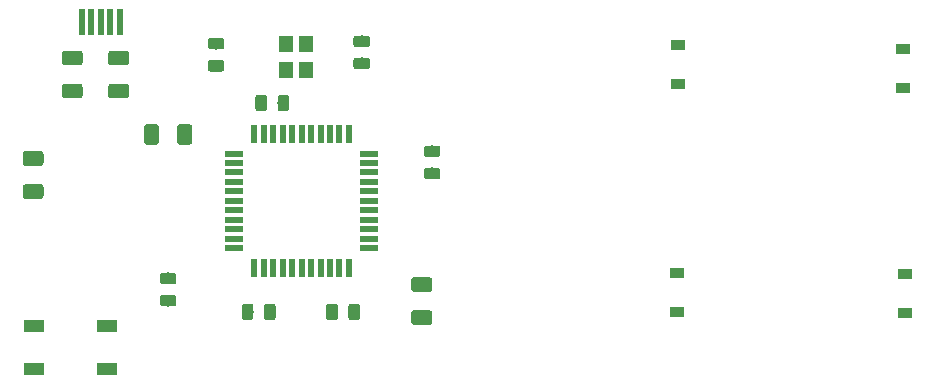
<source format=gbp>
G04 #@! TF.GenerationSoftware,KiCad,Pcbnew,(5.1.4)-1*
G04 #@! TF.CreationDate,2021-03-02T11:58:10-08:00*
G04 #@! TF.ProjectId,NMB-75,4e4d422d-3735-42e6-9b69-6361645f7063,rev?*
G04 #@! TF.SameCoordinates,Original*
G04 #@! TF.FileFunction,Paste,Bot*
G04 #@! TF.FilePolarity,Positive*
%FSLAX46Y46*%
G04 Gerber Fmt 4.6, Leading zero omitted, Abs format (unit mm)*
G04 Created by KiCad (PCBNEW (5.1.4)-1) date 2021-03-02 11:58:10*
%MOMM*%
%LPD*%
G04 APERTURE LIST*
%ADD10R,1.200000X1.400000*%
%ADD11R,0.500000X2.250000*%
%ADD12R,0.550000X1.500000*%
%ADD13R,1.500000X0.550000*%
%ADD14R,1.800000X1.100000*%
%ADD15C,0.100000*%
%ADD16C,1.250000*%
%ADD17R,1.200000X0.900000*%
%ADD18C,0.975000*%
G04 APERTURE END LIST*
D10*
X114261000Y-92063750D03*
X114261000Y-89863750D03*
X112561000Y-89863750D03*
X112561000Y-92063750D03*
D11*
X95301000Y-88011000D03*
X96101000Y-88011000D03*
X96901000Y-88011000D03*
X97701000Y-88011000D03*
X98501000Y-88011000D03*
D12*
X109919000Y-108855750D03*
X110719000Y-108855750D03*
X111519000Y-108855750D03*
X112319000Y-108855750D03*
X113119000Y-108855750D03*
X113919000Y-108855750D03*
X114719000Y-108855750D03*
X115519000Y-108855750D03*
X116319000Y-108855750D03*
X117119000Y-108855750D03*
X117919000Y-108855750D03*
D13*
X119619000Y-107155750D03*
X119619000Y-106355750D03*
X119619000Y-105555750D03*
X119619000Y-104755750D03*
X119619000Y-103955750D03*
X119619000Y-103155750D03*
X119619000Y-102355750D03*
X119619000Y-101555750D03*
X119619000Y-100755750D03*
X119619000Y-99955750D03*
X119619000Y-99155750D03*
D12*
X117919000Y-97455750D03*
X117119000Y-97455750D03*
X116319000Y-97455750D03*
X115519000Y-97455750D03*
X114719000Y-97455750D03*
X113919000Y-97455750D03*
X113119000Y-97455750D03*
X112319000Y-97455750D03*
X111519000Y-97455750D03*
X110719000Y-97455750D03*
X109919000Y-97455750D03*
D13*
X108219000Y-99155750D03*
X108219000Y-99955750D03*
X108219000Y-100755750D03*
X108219000Y-101555750D03*
X108219000Y-102355750D03*
X108219000Y-103155750D03*
X108219000Y-103955750D03*
X108219000Y-104755750D03*
X108219000Y-105555750D03*
X108219000Y-106355750D03*
X108219000Y-107155750D03*
D14*
X97461000Y-117420000D03*
X91261000Y-113720000D03*
X97461000Y-113720000D03*
X91261000Y-117420000D03*
D15*
G36*
X124728504Y-109612204D02*
G01*
X124752773Y-109615804D01*
X124776571Y-109621765D01*
X124799671Y-109630030D01*
X124821849Y-109640520D01*
X124842893Y-109653133D01*
X124862598Y-109667747D01*
X124880777Y-109684223D01*
X124897253Y-109702402D01*
X124911867Y-109722107D01*
X124924480Y-109743151D01*
X124934970Y-109765329D01*
X124943235Y-109788429D01*
X124949196Y-109812227D01*
X124952796Y-109836496D01*
X124954000Y-109861000D01*
X124954000Y-110611000D01*
X124952796Y-110635504D01*
X124949196Y-110659773D01*
X124943235Y-110683571D01*
X124934970Y-110706671D01*
X124924480Y-110728849D01*
X124911867Y-110749893D01*
X124897253Y-110769598D01*
X124880777Y-110787777D01*
X124862598Y-110804253D01*
X124842893Y-110818867D01*
X124821849Y-110831480D01*
X124799671Y-110841970D01*
X124776571Y-110850235D01*
X124752773Y-110856196D01*
X124728504Y-110859796D01*
X124704000Y-110861000D01*
X123454000Y-110861000D01*
X123429496Y-110859796D01*
X123405227Y-110856196D01*
X123381429Y-110850235D01*
X123358329Y-110841970D01*
X123336151Y-110831480D01*
X123315107Y-110818867D01*
X123295402Y-110804253D01*
X123277223Y-110787777D01*
X123260747Y-110769598D01*
X123246133Y-110749893D01*
X123233520Y-110728849D01*
X123223030Y-110706671D01*
X123214765Y-110683571D01*
X123208804Y-110659773D01*
X123205204Y-110635504D01*
X123204000Y-110611000D01*
X123204000Y-109861000D01*
X123205204Y-109836496D01*
X123208804Y-109812227D01*
X123214765Y-109788429D01*
X123223030Y-109765329D01*
X123233520Y-109743151D01*
X123246133Y-109722107D01*
X123260747Y-109702402D01*
X123277223Y-109684223D01*
X123295402Y-109667747D01*
X123315107Y-109653133D01*
X123336151Y-109640520D01*
X123358329Y-109630030D01*
X123381429Y-109621765D01*
X123405227Y-109615804D01*
X123429496Y-109612204D01*
X123454000Y-109611000D01*
X124704000Y-109611000D01*
X124728504Y-109612204D01*
X124728504Y-109612204D01*
G37*
D16*
X124079000Y-110236000D03*
D15*
G36*
X124728504Y-112412204D02*
G01*
X124752773Y-112415804D01*
X124776571Y-112421765D01*
X124799671Y-112430030D01*
X124821849Y-112440520D01*
X124842893Y-112453133D01*
X124862598Y-112467747D01*
X124880777Y-112484223D01*
X124897253Y-112502402D01*
X124911867Y-112522107D01*
X124924480Y-112543151D01*
X124934970Y-112565329D01*
X124943235Y-112588429D01*
X124949196Y-112612227D01*
X124952796Y-112636496D01*
X124954000Y-112661000D01*
X124954000Y-113411000D01*
X124952796Y-113435504D01*
X124949196Y-113459773D01*
X124943235Y-113483571D01*
X124934970Y-113506671D01*
X124924480Y-113528849D01*
X124911867Y-113549893D01*
X124897253Y-113569598D01*
X124880777Y-113587777D01*
X124862598Y-113604253D01*
X124842893Y-113618867D01*
X124821849Y-113631480D01*
X124799671Y-113641970D01*
X124776571Y-113650235D01*
X124752773Y-113656196D01*
X124728504Y-113659796D01*
X124704000Y-113661000D01*
X123454000Y-113661000D01*
X123429496Y-113659796D01*
X123405227Y-113656196D01*
X123381429Y-113650235D01*
X123358329Y-113641970D01*
X123336151Y-113631480D01*
X123315107Y-113618867D01*
X123295402Y-113604253D01*
X123277223Y-113587777D01*
X123260747Y-113569598D01*
X123246133Y-113549893D01*
X123233520Y-113528849D01*
X123223030Y-113506671D01*
X123214765Y-113483571D01*
X123208804Y-113459773D01*
X123205204Y-113435504D01*
X123204000Y-113411000D01*
X123204000Y-112661000D01*
X123205204Y-112636496D01*
X123208804Y-112612227D01*
X123214765Y-112588429D01*
X123223030Y-112565329D01*
X123233520Y-112543151D01*
X123246133Y-112522107D01*
X123260747Y-112502402D01*
X123277223Y-112484223D01*
X123295402Y-112467747D01*
X123315107Y-112453133D01*
X123336151Y-112440520D01*
X123358329Y-112430030D01*
X123381429Y-112421765D01*
X123405227Y-112415804D01*
X123429496Y-112412204D01*
X123454000Y-112411000D01*
X124704000Y-112411000D01*
X124728504Y-112412204D01*
X124728504Y-112412204D01*
G37*
D16*
X124079000Y-113036000D03*
D15*
G36*
X95137504Y-90429204D02*
G01*
X95161773Y-90432804D01*
X95185571Y-90438765D01*
X95208671Y-90447030D01*
X95230849Y-90457520D01*
X95251893Y-90470133D01*
X95271598Y-90484747D01*
X95289777Y-90501223D01*
X95306253Y-90519402D01*
X95320867Y-90539107D01*
X95333480Y-90560151D01*
X95343970Y-90582329D01*
X95352235Y-90605429D01*
X95358196Y-90629227D01*
X95361796Y-90653496D01*
X95363000Y-90678000D01*
X95363000Y-91428000D01*
X95361796Y-91452504D01*
X95358196Y-91476773D01*
X95352235Y-91500571D01*
X95343970Y-91523671D01*
X95333480Y-91545849D01*
X95320867Y-91566893D01*
X95306253Y-91586598D01*
X95289777Y-91604777D01*
X95271598Y-91621253D01*
X95251893Y-91635867D01*
X95230849Y-91648480D01*
X95208671Y-91658970D01*
X95185571Y-91667235D01*
X95161773Y-91673196D01*
X95137504Y-91676796D01*
X95113000Y-91678000D01*
X93863000Y-91678000D01*
X93838496Y-91676796D01*
X93814227Y-91673196D01*
X93790429Y-91667235D01*
X93767329Y-91658970D01*
X93745151Y-91648480D01*
X93724107Y-91635867D01*
X93704402Y-91621253D01*
X93686223Y-91604777D01*
X93669747Y-91586598D01*
X93655133Y-91566893D01*
X93642520Y-91545849D01*
X93632030Y-91523671D01*
X93623765Y-91500571D01*
X93617804Y-91476773D01*
X93614204Y-91452504D01*
X93613000Y-91428000D01*
X93613000Y-90678000D01*
X93614204Y-90653496D01*
X93617804Y-90629227D01*
X93623765Y-90605429D01*
X93632030Y-90582329D01*
X93642520Y-90560151D01*
X93655133Y-90539107D01*
X93669747Y-90519402D01*
X93686223Y-90501223D01*
X93704402Y-90484747D01*
X93724107Y-90470133D01*
X93745151Y-90457520D01*
X93767329Y-90447030D01*
X93790429Y-90438765D01*
X93814227Y-90432804D01*
X93838496Y-90429204D01*
X93863000Y-90428000D01*
X95113000Y-90428000D01*
X95137504Y-90429204D01*
X95137504Y-90429204D01*
G37*
D16*
X94488000Y-91053000D03*
D15*
G36*
X95137504Y-93229204D02*
G01*
X95161773Y-93232804D01*
X95185571Y-93238765D01*
X95208671Y-93247030D01*
X95230849Y-93257520D01*
X95251893Y-93270133D01*
X95271598Y-93284747D01*
X95289777Y-93301223D01*
X95306253Y-93319402D01*
X95320867Y-93339107D01*
X95333480Y-93360151D01*
X95343970Y-93382329D01*
X95352235Y-93405429D01*
X95358196Y-93429227D01*
X95361796Y-93453496D01*
X95363000Y-93478000D01*
X95363000Y-94228000D01*
X95361796Y-94252504D01*
X95358196Y-94276773D01*
X95352235Y-94300571D01*
X95343970Y-94323671D01*
X95333480Y-94345849D01*
X95320867Y-94366893D01*
X95306253Y-94386598D01*
X95289777Y-94404777D01*
X95271598Y-94421253D01*
X95251893Y-94435867D01*
X95230849Y-94448480D01*
X95208671Y-94458970D01*
X95185571Y-94467235D01*
X95161773Y-94473196D01*
X95137504Y-94476796D01*
X95113000Y-94478000D01*
X93863000Y-94478000D01*
X93838496Y-94476796D01*
X93814227Y-94473196D01*
X93790429Y-94467235D01*
X93767329Y-94458970D01*
X93745151Y-94448480D01*
X93724107Y-94435867D01*
X93704402Y-94421253D01*
X93686223Y-94404777D01*
X93669747Y-94386598D01*
X93655133Y-94366893D01*
X93642520Y-94345849D01*
X93632030Y-94323671D01*
X93623765Y-94300571D01*
X93617804Y-94276773D01*
X93614204Y-94252504D01*
X93613000Y-94228000D01*
X93613000Y-93478000D01*
X93614204Y-93453496D01*
X93617804Y-93429227D01*
X93623765Y-93405429D01*
X93632030Y-93382329D01*
X93642520Y-93360151D01*
X93655133Y-93339107D01*
X93669747Y-93319402D01*
X93686223Y-93301223D01*
X93704402Y-93284747D01*
X93724107Y-93270133D01*
X93745151Y-93257520D01*
X93767329Y-93247030D01*
X93790429Y-93238765D01*
X93814227Y-93232804D01*
X93838496Y-93229204D01*
X93863000Y-93228000D01*
X95113000Y-93228000D01*
X95137504Y-93229204D01*
X95137504Y-93229204D01*
G37*
D16*
X94488000Y-93853000D03*
D15*
G36*
X99074504Y-90435204D02*
G01*
X99098773Y-90438804D01*
X99122571Y-90444765D01*
X99145671Y-90453030D01*
X99167849Y-90463520D01*
X99188893Y-90476133D01*
X99208598Y-90490747D01*
X99226777Y-90507223D01*
X99243253Y-90525402D01*
X99257867Y-90545107D01*
X99270480Y-90566151D01*
X99280970Y-90588329D01*
X99289235Y-90611429D01*
X99295196Y-90635227D01*
X99298796Y-90659496D01*
X99300000Y-90684000D01*
X99300000Y-91434000D01*
X99298796Y-91458504D01*
X99295196Y-91482773D01*
X99289235Y-91506571D01*
X99280970Y-91529671D01*
X99270480Y-91551849D01*
X99257867Y-91572893D01*
X99243253Y-91592598D01*
X99226777Y-91610777D01*
X99208598Y-91627253D01*
X99188893Y-91641867D01*
X99167849Y-91654480D01*
X99145671Y-91664970D01*
X99122571Y-91673235D01*
X99098773Y-91679196D01*
X99074504Y-91682796D01*
X99050000Y-91684000D01*
X97800000Y-91684000D01*
X97775496Y-91682796D01*
X97751227Y-91679196D01*
X97727429Y-91673235D01*
X97704329Y-91664970D01*
X97682151Y-91654480D01*
X97661107Y-91641867D01*
X97641402Y-91627253D01*
X97623223Y-91610777D01*
X97606747Y-91592598D01*
X97592133Y-91572893D01*
X97579520Y-91551849D01*
X97569030Y-91529671D01*
X97560765Y-91506571D01*
X97554804Y-91482773D01*
X97551204Y-91458504D01*
X97550000Y-91434000D01*
X97550000Y-90684000D01*
X97551204Y-90659496D01*
X97554804Y-90635227D01*
X97560765Y-90611429D01*
X97569030Y-90588329D01*
X97579520Y-90566151D01*
X97592133Y-90545107D01*
X97606747Y-90525402D01*
X97623223Y-90507223D01*
X97641402Y-90490747D01*
X97661107Y-90476133D01*
X97682151Y-90463520D01*
X97704329Y-90453030D01*
X97727429Y-90444765D01*
X97751227Y-90438804D01*
X97775496Y-90435204D01*
X97800000Y-90434000D01*
X99050000Y-90434000D01*
X99074504Y-90435204D01*
X99074504Y-90435204D01*
G37*
D16*
X98425000Y-91059000D03*
D15*
G36*
X99074504Y-93235204D02*
G01*
X99098773Y-93238804D01*
X99122571Y-93244765D01*
X99145671Y-93253030D01*
X99167849Y-93263520D01*
X99188893Y-93276133D01*
X99208598Y-93290747D01*
X99226777Y-93307223D01*
X99243253Y-93325402D01*
X99257867Y-93345107D01*
X99270480Y-93366151D01*
X99280970Y-93388329D01*
X99289235Y-93411429D01*
X99295196Y-93435227D01*
X99298796Y-93459496D01*
X99300000Y-93484000D01*
X99300000Y-94234000D01*
X99298796Y-94258504D01*
X99295196Y-94282773D01*
X99289235Y-94306571D01*
X99280970Y-94329671D01*
X99270480Y-94351849D01*
X99257867Y-94372893D01*
X99243253Y-94392598D01*
X99226777Y-94410777D01*
X99208598Y-94427253D01*
X99188893Y-94441867D01*
X99167849Y-94454480D01*
X99145671Y-94464970D01*
X99122571Y-94473235D01*
X99098773Y-94479196D01*
X99074504Y-94482796D01*
X99050000Y-94484000D01*
X97800000Y-94484000D01*
X97775496Y-94482796D01*
X97751227Y-94479196D01*
X97727429Y-94473235D01*
X97704329Y-94464970D01*
X97682151Y-94454480D01*
X97661107Y-94441867D01*
X97641402Y-94427253D01*
X97623223Y-94410777D01*
X97606747Y-94392598D01*
X97592133Y-94372893D01*
X97579520Y-94351849D01*
X97569030Y-94329671D01*
X97560765Y-94306571D01*
X97554804Y-94282773D01*
X97551204Y-94258504D01*
X97550000Y-94234000D01*
X97550000Y-93484000D01*
X97551204Y-93459496D01*
X97554804Y-93435227D01*
X97560765Y-93411429D01*
X97569030Y-93388329D01*
X97579520Y-93366151D01*
X97592133Y-93345107D01*
X97606747Y-93325402D01*
X97623223Y-93307223D01*
X97641402Y-93290747D01*
X97661107Y-93276133D01*
X97682151Y-93263520D01*
X97704329Y-93253030D01*
X97727429Y-93244765D01*
X97751227Y-93238804D01*
X97775496Y-93235204D01*
X97800000Y-93234000D01*
X99050000Y-93234000D01*
X99074504Y-93235204D01*
X99074504Y-93235204D01*
G37*
D16*
X98425000Y-93859000D03*
D15*
G36*
X101612504Y-96662204D02*
G01*
X101636773Y-96665804D01*
X101660571Y-96671765D01*
X101683671Y-96680030D01*
X101705849Y-96690520D01*
X101726893Y-96703133D01*
X101746598Y-96717747D01*
X101764777Y-96734223D01*
X101781253Y-96752402D01*
X101795867Y-96772107D01*
X101808480Y-96793151D01*
X101818970Y-96815329D01*
X101827235Y-96838429D01*
X101833196Y-96862227D01*
X101836796Y-96886496D01*
X101838000Y-96911000D01*
X101838000Y-98161000D01*
X101836796Y-98185504D01*
X101833196Y-98209773D01*
X101827235Y-98233571D01*
X101818970Y-98256671D01*
X101808480Y-98278849D01*
X101795867Y-98299893D01*
X101781253Y-98319598D01*
X101764777Y-98337777D01*
X101746598Y-98354253D01*
X101726893Y-98368867D01*
X101705849Y-98381480D01*
X101683671Y-98391970D01*
X101660571Y-98400235D01*
X101636773Y-98406196D01*
X101612504Y-98409796D01*
X101588000Y-98411000D01*
X100838000Y-98411000D01*
X100813496Y-98409796D01*
X100789227Y-98406196D01*
X100765429Y-98400235D01*
X100742329Y-98391970D01*
X100720151Y-98381480D01*
X100699107Y-98368867D01*
X100679402Y-98354253D01*
X100661223Y-98337777D01*
X100644747Y-98319598D01*
X100630133Y-98299893D01*
X100617520Y-98278849D01*
X100607030Y-98256671D01*
X100598765Y-98233571D01*
X100592804Y-98209773D01*
X100589204Y-98185504D01*
X100588000Y-98161000D01*
X100588000Y-96911000D01*
X100589204Y-96886496D01*
X100592804Y-96862227D01*
X100598765Y-96838429D01*
X100607030Y-96815329D01*
X100617520Y-96793151D01*
X100630133Y-96772107D01*
X100644747Y-96752402D01*
X100661223Y-96734223D01*
X100679402Y-96717747D01*
X100699107Y-96703133D01*
X100720151Y-96690520D01*
X100742329Y-96680030D01*
X100765429Y-96671765D01*
X100789227Y-96665804D01*
X100813496Y-96662204D01*
X100838000Y-96661000D01*
X101588000Y-96661000D01*
X101612504Y-96662204D01*
X101612504Y-96662204D01*
G37*
D16*
X101213000Y-97536000D03*
D15*
G36*
X104412504Y-96662204D02*
G01*
X104436773Y-96665804D01*
X104460571Y-96671765D01*
X104483671Y-96680030D01*
X104505849Y-96690520D01*
X104526893Y-96703133D01*
X104546598Y-96717747D01*
X104564777Y-96734223D01*
X104581253Y-96752402D01*
X104595867Y-96772107D01*
X104608480Y-96793151D01*
X104618970Y-96815329D01*
X104627235Y-96838429D01*
X104633196Y-96862227D01*
X104636796Y-96886496D01*
X104638000Y-96911000D01*
X104638000Y-98161000D01*
X104636796Y-98185504D01*
X104633196Y-98209773D01*
X104627235Y-98233571D01*
X104618970Y-98256671D01*
X104608480Y-98278849D01*
X104595867Y-98299893D01*
X104581253Y-98319598D01*
X104564777Y-98337777D01*
X104546598Y-98354253D01*
X104526893Y-98368867D01*
X104505849Y-98381480D01*
X104483671Y-98391970D01*
X104460571Y-98400235D01*
X104436773Y-98406196D01*
X104412504Y-98409796D01*
X104388000Y-98411000D01*
X103638000Y-98411000D01*
X103613496Y-98409796D01*
X103589227Y-98406196D01*
X103565429Y-98400235D01*
X103542329Y-98391970D01*
X103520151Y-98381480D01*
X103499107Y-98368867D01*
X103479402Y-98354253D01*
X103461223Y-98337777D01*
X103444747Y-98319598D01*
X103430133Y-98299893D01*
X103417520Y-98278849D01*
X103407030Y-98256671D01*
X103398765Y-98233571D01*
X103392804Y-98209773D01*
X103389204Y-98185504D01*
X103388000Y-98161000D01*
X103388000Y-96911000D01*
X103389204Y-96886496D01*
X103392804Y-96862227D01*
X103398765Y-96838429D01*
X103407030Y-96815329D01*
X103417520Y-96793151D01*
X103430133Y-96772107D01*
X103444747Y-96752402D01*
X103461223Y-96734223D01*
X103479402Y-96717747D01*
X103499107Y-96703133D01*
X103520151Y-96690520D01*
X103542329Y-96680030D01*
X103565429Y-96671765D01*
X103589227Y-96665804D01*
X103613496Y-96662204D01*
X103638000Y-96661000D01*
X104388000Y-96661000D01*
X104412504Y-96662204D01*
X104412504Y-96662204D01*
G37*
D16*
X104013000Y-97536000D03*
D15*
G36*
X91835504Y-98944204D02*
G01*
X91859773Y-98947804D01*
X91883571Y-98953765D01*
X91906671Y-98962030D01*
X91928849Y-98972520D01*
X91949893Y-98985133D01*
X91969598Y-98999747D01*
X91987777Y-99016223D01*
X92004253Y-99034402D01*
X92018867Y-99054107D01*
X92031480Y-99075151D01*
X92041970Y-99097329D01*
X92050235Y-99120429D01*
X92056196Y-99144227D01*
X92059796Y-99168496D01*
X92061000Y-99193000D01*
X92061000Y-99943000D01*
X92059796Y-99967504D01*
X92056196Y-99991773D01*
X92050235Y-100015571D01*
X92041970Y-100038671D01*
X92031480Y-100060849D01*
X92018867Y-100081893D01*
X92004253Y-100101598D01*
X91987777Y-100119777D01*
X91969598Y-100136253D01*
X91949893Y-100150867D01*
X91928849Y-100163480D01*
X91906671Y-100173970D01*
X91883571Y-100182235D01*
X91859773Y-100188196D01*
X91835504Y-100191796D01*
X91811000Y-100193000D01*
X90561000Y-100193000D01*
X90536496Y-100191796D01*
X90512227Y-100188196D01*
X90488429Y-100182235D01*
X90465329Y-100173970D01*
X90443151Y-100163480D01*
X90422107Y-100150867D01*
X90402402Y-100136253D01*
X90384223Y-100119777D01*
X90367747Y-100101598D01*
X90353133Y-100081893D01*
X90340520Y-100060849D01*
X90330030Y-100038671D01*
X90321765Y-100015571D01*
X90315804Y-99991773D01*
X90312204Y-99967504D01*
X90311000Y-99943000D01*
X90311000Y-99193000D01*
X90312204Y-99168496D01*
X90315804Y-99144227D01*
X90321765Y-99120429D01*
X90330030Y-99097329D01*
X90340520Y-99075151D01*
X90353133Y-99054107D01*
X90367747Y-99034402D01*
X90384223Y-99016223D01*
X90402402Y-98999747D01*
X90422107Y-98985133D01*
X90443151Y-98972520D01*
X90465329Y-98962030D01*
X90488429Y-98953765D01*
X90512227Y-98947804D01*
X90536496Y-98944204D01*
X90561000Y-98943000D01*
X91811000Y-98943000D01*
X91835504Y-98944204D01*
X91835504Y-98944204D01*
G37*
D16*
X91186000Y-99568000D03*
D15*
G36*
X91835504Y-101744204D02*
G01*
X91859773Y-101747804D01*
X91883571Y-101753765D01*
X91906671Y-101762030D01*
X91928849Y-101772520D01*
X91949893Y-101785133D01*
X91969598Y-101799747D01*
X91987777Y-101816223D01*
X92004253Y-101834402D01*
X92018867Y-101854107D01*
X92031480Y-101875151D01*
X92041970Y-101897329D01*
X92050235Y-101920429D01*
X92056196Y-101944227D01*
X92059796Y-101968496D01*
X92061000Y-101993000D01*
X92061000Y-102743000D01*
X92059796Y-102767504D01*
X92056196Y-102791773D01*
X92050235Y-102815571D01*
X92041970Y-102838671D01*
X92031480Y-102860849D01*
X92018867Y-102881893D01*
X92004253Y-102901598D01*
X91987777Y-102919777D01*
X91969598Y-102936253D01*
X91949893Y-102950867D01*
X91928849Y-102963480D01*
X91906671Y-102973970D01*
X91883571Y-102982235D01*
X91859773Y-102988196D01*
X91835504Y-102991796D01*
X91811000Y-102993000D01*
X90561000Y-102993000D01*
X90536496Y-102991796D01*
X90512227Y-102988196D01*
X90488429Y-102982235D01*
X90465329Y-102973970D01*
X90443151Y-102963480D01*
X90422107Y-102950867D01*
X90402402Y-102936253D01*
X90384223Y-102919777D01*
X90367747Y-102901598D01*
X90353133Y-102881893D01*
X90340520Y-102860849D01*
X90330030Y-102838671D01*
X90321765Y-102815571D01*
X90315804Y-102791773D01*
X90312204Y-102767504D01*
X90311000Y-102743000D01*
X90311000Y-101993000D01*
X90312204Y-101968496D01*
X90315804Y-101944227D01*
X90321765Y-101920429D01*
X90330030Y-101897329D01*
X90340520Y-101875151D01*
X90353133Y-101854107D01*
X90367747Y-101834402D01*
X90384223Y-101816223D01*
X90402402Y-101799747D01*
X90422107Y-101785133D01*
X90443151Y-101772520D01*
X90465329Y-101762030D01*
X90488429Y-101753765D01*
X90512227Y-101747804D01*
X90536496Y-101744204D01*
X90561000Y-101743000D01*
X91811000Y-101743000D01*
X91835504Y-101744204D01*
X91835504Y-101744204D01*
G37*
D16*
X91186000Y-102368000D03*
D17*
X164973000Y-109378750D03*
X164973000Y-112678750D03*
X145669000Y-109252750D03*
X145669000Y-112552750D03*
X164846000Y-90328750D03*
X164846000Y-93628750D03*
X145796000Y-89949750D03*
X145796000Y-93249750D03*
D15*
G36*
X111489642Y-111854924D02*
G01*
X111513303Y-111858434D01*
X111536507Y-111864246D01*
X111559029Y-111872304D01*
X111580653Y-111882532D01*
X111601170Y-111894829D01*
X111620383Y-111909079D01*
X111638107Y-111925143D01*
X111654171Y-111942867D01*
X111668421Y-111962080D01*
X111680718Y-111982597D01*
X111690946Y-112004221D01*
X111699004Y-112026743D01*
X111704816Y-112049947D01*
X111708326Y-112073608D01*
X111709500Y-112097500D01*
X111709500Y-113010000D01*
X111708326Y-113033892D01*
X111704816Y-113057553D01*
X111699004Y-113080757D01*
X111690946Y-113103279D01*
X111680718Y-113124903D01*
X111668421Y-113145420D01*
X111654171Y-113164633D01*
X111638107Y-113182357D01*
X111620383Y-113198421D01*
X111601170Y-113212671D01*
X111580653Y-113224968D01*
X111559029Y-113235196D01*
X111536507Y-113243254D01*
X111513303Y-113249066D01*
X111489642Y-113252576D01*
X111465750Y-113253750D01*
X110978250Y-113253750D01*
X110954358Y-113252576D01*
X110930697Y-113249066D01*
X110907493Y-113243254D01*
X110884971Y-113235196D01*
X110863347Y-113224968D01*
X110842830Y-113212671D01*
X110823617Y-113198421D01*
X110805893Y-113182357D01*
X110789829Y-113164633D01*
X110775579Y-113145420D01*
X110763282Y-113124903D01*
X110753054Y-113103279D01*
X110744996Y-113080757D01*
X110739184Y-113057553D01*
X110735674Y-113033892D01*
X110734500Y-113010000D01*
X110734500Y-112097500D01*
X110735674Y-112073608D01*
X110739184Y-112049947D01*
X110744996Y-112026743D01*
X110753054Y-112004221D01*
X110763282Y-111982597D01*
X110775579Y-111962080D01*
X110789829Y-111942867D01*
X110805893Y-111925143D01*
X110823617Y-111909079D01*
X110842830Y-111894829D01*
X110863347Y-111882532D01*
X110884971Y-111872304D01*
X110907493Y-111864246D01*
X110930697Y-111858434D01*
X110954358Y-111854924D01*
X110978250Y-111853750D01*
X111465750Y-111853750D01*
X111489642Y-111854924D01*
X111489642Y-111854924D01*
G37*
D18*
X111222000Y-112553750D03*
D15*
G36*
X109614642Y-111854924D02*
G01*
X109638303Y-111858434D01*
X109661507Y-111864246D01*
X109684029Y-111872304D01*
X109705653Y-111882532D01*
X109726170Y-111894829D01*
X109745383Y-111909079D01*
X109763107Y-111925143D01*
X109779171Y-111942867D01*
X109793421Y-111962080D01*
X109805718Y-111982597D01*
X109815946Y-112004221D01*
X109824004Y-112026743D01*
X109829816Y-112049947D01*
X109833326Y-112073608D01*
X109834500Y-112097500D01*
X109834500Y-113010000D01*
X109833326Y-113033892D01*
X109829816Y-113057553D01*
X109824004Y-113080757D01*
X109815946Y-113103279D01*
X109805718Y-113124903D01*
X109793421Y-113145420D01*
X109779171Y-113164633D01*
X109763107Y-113182357D01*
X109745383Y-113198421D01*
X109726170Y-113212671D01*
X109705653Y-113224968D01*
X109684029Y-113235196D01*
X109661507Y-113243254D01*
X109638303Y-113249066D01*
X109614642Y-113252576D01*
X109590750Y-113253750D01*
X109103250Y-113253750D01*
X109079358Y-113252576D01*
X109055697Y-113249066D01*
X109032493Y-113243254D01*
X109009971Y-113235196D01*
X108988347Y-113224968D01*
X108967830Y-113212671D01*
X108948617Y-113198421D01*
X108930893Y-113182357D01*
X108914829Y-113164633D01*
X108900579Y-113145420D01*
X108888282Y-113124903D01*
X108878054Y-113103279D01*
X108869996Y-113080757D01*
X108864184Y-113057553D01*
X108860674Y-113033892D01*
X108859500Y-113010000D01*
X108859500Y-112097500D01*
X108860674Y-112073608D01*
X108864184Y-112049947D01*
X108869996Y-112026743D01*
X108878054Y-112004221D01*
X108888282Y-111982597D01*
X108900579Y-111962080D01*
X108914829Y-111942867D01*
X108930893Y-111925143D01*
X108948617Y-111909079D01*
X108967830Y-111894829D01*
X108988347Y-111882532D01*
X109009971Y-111872304D01*
X109032493Y-111864246D01*
X109055697Y-111858434D01*
X109079358Y-111854924D01*
X109103250Y-111853750D01*
X109590750Y-111853750D01*
X109614642Y-111854924D01*
X109614642Y-111854924D01*
G37*
D18*
X109347000Y-112553750D03*
D15*
G36*
X125448142Y-98478424D02*
G01*
X125471803Y-98481934D01*
X125495007Y-98487746D01*
X125517529Y-98495804D01*
X125539153Y-98506032D01*
X125559670Y-98518329D01*
X125578883Y-98532579D01*
X125596607Y-98548643D01*
X125612671Y-98566367D01*
X125626921Y-98585580D01*
X125639218Y-98606097D01*
X125649446Y-98627721D01*
X125657504Y-98650243D01*
X125663316Y-98673447D01*
X125666826Y-98697108D01*
X125668000Y-98721000D01*
X125668000Y-99208500D01*
X125666826Y-99232392D01*
X125663316Y-99256053D01*
X125657504Y-99279257D01*
X125649446Y-99301779D01*
X125639218Y-99323403D01*
X125626921Y-99343920D01*
X125612671Y-99363133D01*
X125596607Y-99380857D01*
X125578883Y-99396921D01*
X125559670Y-99411171D01*
X125539153Y-99423468D01*
X125517529Y-99433696D01*
X125495007Y-99441754D01*
X125471803Y-99447566D01*
X125448142Y-99451076D01*
X125424250Y-99452250D01*
X124511750Y-99452250D01*
X124487858Y-99451076D01*
X124464197Y-99447566D01*
X124440993Y-99441754D01*
X124418471Y-99433696D01*
X124396847Y-99423468D01*
X124376330Y-99411171D01*
X124357117Y-99396921D01*
X124339393Y-99380857D01*
X124323329Y-99363133D01*
X124309079Y-99343920D01*
X124296782Y-99323403D01*
X124286554Y-99301779D01*
X124278496Y-99279257D01*
X124272684Y-99256053D01*
X124269174Y-99232392D01*
X124268000Y-99208500D01*
X124268000Y-98721000D01*
X124269174Y-98697108D01*
X124272684Y-98673447D01*
X124278496Y-98650243D01*
X124286554Y-98627721D01*
X124296782Y-98606097D01*
X124309079Y-98585580D01*
X124323329Y-98566367D01*
X124339393Y-98548643D01*
X124357117Y-98532579D01*
X124376330Y-98518329D01*
X124396847Y-98506032D01*
X124418471Y-98495804D01*
X124440993Y-98487746D01*
X124464197Y-98481934D01*
X124487858Y-98478424D01*
X124511750Y-98477250D01*
X125424250Y-98477250D01*
X125448142Y-98478424D01*
X125448142Y-98478424D01*
G37*
D18*
X124968000Y-98964750D03*
D15*
G36*
X125448142Y-100353424D02*
G01*
X125471803Y-100356934D01*
X125495007Y-100362746D01*
X125517529Y-100370804D01*
X125539153Y-100381032D01*
X125559670Y-100393329D01*
X125578883Y-100407579D01*
X125596607Y-100423643D01*
X125612671Y-100441367D01*
X125626921Y-100460580D01*
X125639218Y-100481097D01*
X125649446Y-100502721D01*
X125657504Y-100525243D01*
X125663316Y-100548447D01*
X125666826Y-100572108D01*
X125668000Y-100596000D01*
X125668000Y-101083500D01*
X125666826Y-101107392D01*
X125663316Y-101131053D01*
X125657504Y-101154257D01*
X125649446Y-101176779D01*
X125639218Y-101198403D01*
X125626921Y-101218920D01*
X125612671Y-101238133D01*
X125596607Y-101255857D01*
X125578883Y-101271921D01*
X125559670Y-101286171D01*
X125539153Y-101298468D01*
X125517529Y-101308696D01*
X125495007Y-101316754D01*
X125471803Y-101322566D01*
X125448142Y-101326076D01*
X125424250Y-101327250D01*
X124511750Y-101327250D01*
X124487858Y-101326076D01*
X124464197Y-101322566D01*
X124440993Y-101316754D01*
X124418471Y-101308696D01*
X124396847Y-101298468D01*
X124376330Y-101286171D01*
X124357117Y-101271921D01*
X124339393Y-101255857D01*
X124323329Y-101238133D01*
X124309079Y-101218920D01*
X124296782Y-101198403D01*
X124286554Y-101176779D01*
X124278496Y-101154257D01*
X124272684Y-101131053D01*
X124269174Y-101107392D01*
X124268000Y-101083500D01*
X124268000Y-100596000D01*
X124269174Y-100572108D01*
X124272684Y-100548447D01*
X124278496Y-100525243D01*
X124286554Y-100502721D01*
X124296782Y-100481097D01*
X124309079Y-100460580D01*
X124323329Y-100441367D01*
X124339393Y-100423643D01*
X124357117Y-100407579D01*
X124376330Y-100393329D01*
X124396847Y-100381032D01*
X124418471Y-100370804D01*
X124440993Y-100362746D01*
X124464197Y-100356934D01*
X124487858Y-100353424D01*
X124511750Y-100352250D01*
X125424250Y-100352250D01*
X125448142Y-100353424D01*
X125448142Y-100353424D01*
G37*
D18*
X124968000Y-100839750D03*
D15*
G36*
X116756642Y-111854924D02*
G01*
X116780303Y-111858434D01*
X116803507Y-111864246D01*
X116826029Y-111872304D01*
X116847653Y-111882532D01*
X116868170Y-111894829D01*
X116887383Y-111909079D01*
X116905107Y-111925143D01*
X116921171Y-111942867D01*
X116935421Y-111962080D01*
X116947718Y-111982597D01*
X116957946Y-112004221D01*
X116966004Y-112026743D01*
X116971816Y-112049947D01*
X116975326Y-112073608D01*
X116976500Y-112097500D01*
X116976500Y-113010000D01*
X116975326Y-113033892D01*
X116971816Y-113057553D01*
X116966004Y-113080757D01*
X116957946Y-113103279D01*
X116947718Y-113124903D01*
X116935421Y-113145420D01*
X116921171Y-113164633D01*
X116905107Y-113182357D01*
X116887383Y-113198421D01*
X116868170Y-113212671D01*
X116847653Y-113224968D01*
X116826029Y-113235196D01*
X116803507Y-113243254D01*
X116780303Y-113249066D01*
X116756642Y-113252576D01*
X116732750Y-113253750D01*
X116245250Y-113253750D01*
X116221358Y-113252576D01*
X116197697Y-113249066D01*
X116174493Y-113243254D01*
X116151971Y-113235196D01*
X116130347Y-113224968D01*
X116109830Y-113212671D01*
X116090617Y-113198421D01*
X116072893Y-113182357D01*
X116056829Y-113164633D01*
X116042579Y-113145420D01*
X116030282Y-113124903D01*
X116020054Y-113103279D01*
X116011996Y-113080757D01*
X116006184Y-113057553D01*
X116002674Y-113033892D01*
X116001500Y-113010000D01*
X116001500Y-112097500D01*
X116002674Y-112073608D01*
X116006184Y-112049947D01*
X116011996Y-112026743D01*
X116020054Y-112004221D01*
X116030282Y-111982597D01*
X116042579Y-111962080D01*
X116056829Y-111942867D01*
X116072893Y-111925143D01*
X116090617Y-111909079D01*
X116109830Y-111894829D01*
X116130347Y-111882532D01*
X116151971Y-111872304D01*
X116174493Y-111864246D01*
X116197697Y-111858434D01*
X116221358Y-111854924D01*
X116245250Y-111853750D01*
X116732750Y-111853750D01*
X116756642Y-111854924D01*
X116756642Y-111854924D01*
G37*
D18*
X116489000Y-112553750D03*
D15*
G36*
X118631642Y-111854924D02*
G01*
X118655303Y-111858434D01*
X118678507Y-111864246D01*
X118701029Y-111872304D01*
X118722653Y-111882532D01*
X118743170Y-111894829D01*
X118762383Y-111909079D01*
X118780107Y-111925143D01*
X118796171Y-111942867D01*
X118810421Y-111962080D01*
X118822718Y-111982597D01*
X118832946Y-112004221D01*
X118841004Y-112026743D01*
X118846816Y-112049947D01*
X118850326Y-112073608D01*
X118851500Y-112097500D01*
X118851500Y-113010000D01*
X118850326Y-113033892D01*
X118846816Y-113057553D01*
X118841004Y-113080757D01*
X118832946Y-113103279D01*
X118822718Y-113124903D01*
X118810421Y-113145420D01*
X118796171Y-113164633D01*
X118780107Y-113182357D01*
X118762383Y-113198421D01*
X118743170Y-113212671D01*
X118722653Y-113224968D01*
X118701029Y-113235196D01*
X118678507Y-113243254D01*
X118655303Y-113249066D01*
X118631642Y-113252576D01*
X118607750Y-113253750D01*
X118120250Y-113253750D01*
X118096358Y-113252576D01*
X118072697Y-113249066D01*
X118049493Y-113243254D01*
X118026971Y-113235196D01*
X118005347Y-113224968D01*
X117984830Y-113212671D01*
X117965617Y-113198421D01*
X117947893Y-113182357D01*
X117931829Y-113164633D01*
X117917579Y-113145420D01*
X117905282Y-113124903D01*
X117895054Y-113103279D01*
X117886996Y-113080757D01*
X117881184Y-113057553D01*
X117877674Y-113033892D01*
X117876500Y-113010000D01*
X117876500Y-112097500D01*
X117877674Y-112073608D01*
X117881184Y-112049947D01*
X117886996Y-112026743D01*
X117895054Y-112004221D01*
X117905282Y-111982597D01*
X117917579Y-111962080D01*
X117931829Y-111942867D01*
X117947893Y-111925143D01*
X117965617Y-111909079D01*
X117984830Y-111894829D01*
X118005347Y-111882532D01*
X118026971Y-111872304D01*
X118049493Y-111864246D01*
X118072697Y-111858434D01*
X118096358Y-111854924D01*
X118120250Y-111853750D01*
X118607750Y-111853750D01*
X118631642Y-111854924D01*
X118631642Y-111854924D01*
G37*
D18*
X118364000Y-112553750D03*
D15*
G36*
X112632642Y-94170174D02*
G01*
X112656303Y-94173684D01*
X112679507Y-94179496D01*
X112702029Y-94187554D01*
X112723653Y-94197782D01*
X112744170Y-94210079D01*
X112763383Y-94224329D01*
X112781107Y-94240393D01*
X112797171Y-94258117D01*
X112811421Y-94277330D01*
X112823718Y-94297847D01*
X112833946Y-94319471D01*
X112842004Y-94341993D01*
X112847816Y-94365197D01*
X112851326Y-94388858D01*
X112852500Y-94412750D01*
X112852500Y-95325250D01*
X112851326Y-95349142D01*
X112847816Y-95372803D01*
X112842004Y-95396007D01*
X112833946Y-95418529D01*
X112823718Y-95440153D01*
X112811421Y-95460670D01*
X112797171Y-95479883D01*
X112781107Y-95497607D01*
X112763383Y-95513671D01*
X112744170Y-95527921D01*
X112723653Y-95540218D01*
X112702029Y-95550446D01*
X112679507Y-95558504D01*
X112656303Y-95564316D01*
X112632642Y-95567826D01*
X112608750Y-95569000D01*
X112121250Y-95569000D01*
X112097358Y-95567826D01*
X112073697Y-95564316D01*
X112050493Y-95558504D01*
X112027971Y-95550446D01*
X112006347Y-95540218D01*
X111985830Y-95527921D01*
X111966617Y-95513671D01*
X111948893Y-95497607D01*
X111932829Y-95479883D01*
X111918579Y-95460670D01*
X111906282Y-95440153D01*
X111896054Y-95418529D01*
X111887996Y-95396007D01*
X111882184Y-95372803D01*
X111878674Y-95349142D01*
X111877500Y-95325250D01*
X111877500Y-94412750D01*
X111878674Y-94388858D01*
X111882184Y-94365197D01*
X111887996Y-94341993D01*
X111896054Y-94319471D01*
X111906282Y-94297847D01*
X111918579Y-94277330D01*
X111932829Y-94258117D01*
X111948893Y-94240393D01*
X111966617Y-94224329D01*
X111985830Y-94210079D01*
X112006347Y-94197782D01*
X112027971Y-94187554D01*
X112050493Y-94179496D01*
X112073697Y-94173684D01*
X112097358Y-94170174D01*
X112121250Y-94169000D01*
X112608750Y-94169000D01*
X112632642Y-94170174D01*
X112632642Y-94170174D01*
G37*
D18*
X112365000Y-94869000D03*
D15*
G36*
X110757642Y-94170174D02*
G01*
X110781303Y-94173684D01*
X110804507Y-94179496D01*
X110827029Y-94187554D01*
X110848653Y-94197782D01*
X110869170Y-94210079D01*
X110888383Y-94224329D01*
X110906107Y-94240393D01*
X110922171Y-94258117D01*
X110936421Y-94277330D01*
X110948718Y-94297847D01*
X110958946Y-94319471D01*
X110967004Y-94341993D01*
X110972816Y-94365197D01*
X110976326Y-94388858D01*
X110977500Y-94412750D01*
X110977500Y-95325250D01*
X110976326Y-95349142D01*
X110972816Y-95372803D01*
X110967004Y-95396007D01*
X110958946Y-95418529D01*
X110948718Y-95440153D01*
X110936421Y-95460670D01*
X110922171Y-95479883D01*
X110906107Y-95497607D01*
X110888383Y-95513671D01*
X110869170Y-95527921D01*
X110848653Y-95540218D01*
X110827029Y-95550446D01*
X110804507Y-95558504D01*
X110781303Y-95564316D01*
X110757642Y-95567826D01*
X110733750Y-95569000D01*
X110246250Y-95569000D01*
X110222358Y-95567826D01*
X110198697Y-95564316D01*
X110175493Y-95558504D01*
X110152971Y-95550446D01*
X110131347Y-95540218D01*
X110110830Y-95527921D01*
X110091617Y-95513671D01*
X110073893Y-95497607D01*
X110057829Y-95479883D01*
X110043579Y-95460670D01*
X110031282Y-95440153D01*
X110021054Y-95418529D01*
X110012996Y-95396007D01*
X110007184Y-95372803D01*
X110003674Y-95349142D01*
X110002500Y-95325250D01*
X110002500Y-94412750D01*
X110003674Y-94388858D01*
X110007184Y-94365197D01*
X110012996Y-94341993D01*
X110021054Y-94319471D01*
X110031282Y-94297847D01*
X110043579Y-94277330D01*
X110057829Y-94258117D01*
X110073893Y-94240393D01*
X110091617Y-94224329D01*
X110110830Y-94210079D01*
X110131347Y-94197782D01*
X110152971Y-94187554D01*
X110175493Y-94179496D01*
X110198697Y-94173684D01*
X110222358Y-94170174D01*
X110246250Y-94169000D01*
X110733750Y-94169000D01*
X110757642Y-94170174D01*
X110757642Y-94170174D01*
G37*
D18*
X110490000Y-94869000D03*
D15*
G36*
X103096142Y-111116674D02*
G01*
X103119803Y-111120184D01*
X103143007Y-111125996D01*
X103165529Y-111134054D01*
X103187153Y-111144282D01*
X103207670Y-111156579D01*
X103226883Y-111170829D01*
X103244607Y-111186893D01*
X103260671Y-111204617D01*
X103274921Y-111223830D01*
X103287218Y-111244347D01*
X103297446Y-111265971D01*
X103305504Y-111288493D01*
X103311316Y-111311697D01*
X103314826Y-111335358D01*
X103316000Y-111359250D01*
X103316000Y-111846750D01*
X103314826Y-111870642D01*
X103311316Y-111894303D01*
X103305504Y-111917507D01*
X103297446Y-111940029D01*
X103287218Y-111961653D01*
X103274921Y-111982170D01*
X103260671Y-112001383D01*
X103244607Y-112019107D01*
X103226883Y-112035171D01*
X103207670Y-112049421D01*
X103187153Y-112061718D01*
X103165529Y-112071946D01*
X103143007Y-112080004D01*
X103119803Y-112085816D01*
X103096142Y-112089326D01*
X103072250Y-112090500D01*
X102159750Y-112090500D01*
X102135858Y-112089326D01*
X102112197Y-112085816D01*
X102088993Y-112080004D01*
X102066471Y-112071946D01*
X102044847Y-112061718D01*
X102024330Y-112049421D01*
X102005117Y-112035171D01*
X101987393Y-112019107D01*
X101971329Y-112001383D01*
X101957079Y-111982170D01*
X101944782Y-111961653D01*
X101934554Y-111940029D01*
X101926496Y-111917507D01*
X101920684Y-111894303D01*
X101917174Y-111870642D01*
X101916000Y-111846750D01*
X101916000Y-111359250D01*
X101917174Y-111335358D01*
X101920684Y-111311697D01*
X101926496Y-111288493D01*
X101934554Y-111265971D01*
X101944782Y-111244347D01*
X101957079Y-111223830D01*
X101971329Y-111204617D01*
X101987393Y-111186893D01*
X102005117Y-111170829D01*
X102024330Y-111156579D01*
X102044847Y-111144282D01*
X102066471Y-111134054D01*
X102088993Y-111125996D01*
X102112197Y-111120184D01*
X102135858Y-111116674D01*
X102159750Y-111115500D01*
X103072250Y-111115500D01*
X103096142Y-111116674D01*
X103096142Y-111116674D01*
G37*
D18*
X102616000Y-111603000D03*
D15*
G36*
X103096142Y-109241674D02*
G01*
X103119803Y-109245184D01*
X103143007Y-109250996D01*
X103165529Y-109259054D01*
X103187153Y-109269282D01*
X103207670Y-109281579D01*
X103226883Y-109295829D01*
X103244607Y-109311893D01*
X103260671Y-109329617D01*
X103274921Y-109348830D01*
X103287218Y-109369347D01*
X103297446Y-109390971D01*
X103305504Y-109413493D01*
X103311316Y-109436697D01*
X103314826Y-109460358D01*
X103316000Y-109484250D01*
X103316000Y-109971750D01*
X103314826Y-109995642D01*
X103311316Y-110019303D01*
X103305504Y-110042507D01*
X103297446Y-110065029D01*
X103287218Y-110086653D01*
X103274921Y-110107170D01*
X103260671Y-110126383D01*
X103244607Y-110144107D01*
X103226883Y-110160171D01*
X103207670Y-110174421D01*
X103187153Y-110186718D01*
X103165529Y-110196946D01*
X103143007Y-110205004D01*
X103119803Y-110210816D01*
X103096142Y-110214326D01*
X103072250Y-110215500D01*
X102159750Y-110215500D01*
X102135858Y-110214326D01*
X102112197Y-110210816D01*
X102088993Y-110205004D01*
X102066471Y-110196946D01*
X102044847Y-110186718D01*
X102024330Y-110174421D01*
X102005117Y-110160171D01*
X101987393Y-110144107D01*
X101971329Y-110126383D01*
X101957079Y-110107170D01*
X101944782Y-110086653D01*
X101934554Y-110065029D01*
X101926496Y-110042507D01*
X101920684Y-110019303D01*
X101917174Y-109995642D01*
X101916000Y-109971750D01*
X101916000Y-109484250D01*
X101917174Y-109460358D01*
X101920684Y-109436697D01*
X101926496Y-109413493D01*
X101934554Y-109390971D01*
X101944782Y-109369347D01*
X101957079Y-109348830D01*
X101971329Y-109329617D01*
X101987393Y-109311893D01*
X102005117Y-109295829D01*
X102024330Y-109281579D01*
X102044847Y-109269282D01*
X102066471Y-109259054D01*
X102088993Y-109250996D01*
X102112197Y-109245184D01*
X102135858Y-109241674D01*
X102159750Y-109240500D01*
X103072250Y-109240500D01*
X103096142Y-109241674D01*
X103096142Y-109241674D01*
G37*
D18*
X102616000Y-109728000D03*
D15*
G36*
X107160142Y-91239424D02*
G01*
X107183803Y-91242934D01*
X107207007Y-91248746D01*
X107229529Y-91256804D01*
X107251153Y-91267032D01*
X107271670Y-91279329D01*
X107290883Y-91293579D01*
X107308607Y-91309643D01*
X107324671Y-91327367D01*
X107338921Y-91346580D01*
X107351218Y-91367097D01*
X107361446Y-91388721D01*
X107369504Y-91411243D01*
X107375316Y-91434447D01*
X107378826Y-91458108D01*
X107380000Y-91482000D01*
X107380000Y-91969500D01*
X107378826Y-91993392D01*
X107375316Y-92017053D01*
X107369504Y-92040257D01*
X107361446Y-92062779D01*
X107351218Y-92084403D01*
X107338921Y-92104920D01*
X107324671Y-92124133D01*
X107308607Y-92141857D01*
X107290883Y-92157921D01*
X107271670Y-92172171D01*
X107251153Y-92184468D01*
X107229529Y-92194696D01*
X107207007Y-92202754D01*
X107183803Y-92208566D01*
X107160142Y-92212076D01*
X107136250Y-92213250D01*
X106223750Y-92213250D01*
X106199858Y-92212076D01*
X106176197Y-92208566D01*
X106152993Y-92202754D01*
X106130471Y-92194696D01*
X106108847Y-92184468D01*
X106088330Y-92172171D01*
X106069117Y-92157921D01*
X106051393Y-92141857D01*
X106035329Y-92124133D01*
X106021079Y-92104920D01*
X106008782Y-92084403D01*
X105998554Y-92062779D01*
X105990496Y-92040257D01*
X105984684Y-92017053D01*
X105981174Y-91993392D01*
X105980000Y-91969500D01*
X105980000Y-91482000D01*
X105981174Y-91458108D01*
X105984684Y-91434447D01*
X105990496Y-91411243D01*
X105998554Y-91388721D01*
X106008782Y-91367097D01*
X106021079Y-91346580D01*
X106035329Y-91327367D01*
X106051393Y-91309643D01*
X106069117Y-91293579D01*
X106088330Y-91279329D01*
X106108847Y-91267032D01*
X106130471Y-91256804D01*
X106152993Y-91248746D01*
X106176197Y-91242934D01*
X106199858Y-91239424D01*
X106223750Y-91238250D01*
X107136250Y-91238250D01*
X107160142Y-91239424D01*
X107160142Y-91239424D01*
G37*
D18*
X106680000Y-91725750D03*
D15*
G36*
X107160142Y-89364424D02*
G01*
X107183803Y-89367934D01*
X107207007Y-89373746D01*
X107229529Y-89381804D01*
X107251153Y-89392032D01*
X107271670Y-89404329D01*
X107290883Y-89418579D01*
X107308607Y-89434643D01*
X107324671Y-89452367D01*
X107338921Y-89471580D01*
X107351218Y-89492097D01*
X107361446Y-89513721D01*
X107369504Y-89536243D01*
X107375316Y-89559447D01*
X107378826Y-89583108D01*
X107380000Y-89607000D01*
X107380000Y-90094500D01*
X107378826Y-90118392D01*
X107375316Y-90142053D01*
X107369504Y-90165257D01*
X107361446Y-90187779D01*
X107351218Y-90209403D01*
X107338921Y-90229920D01*
X107324671Y-90249133D01*
X107308607Y-90266857D01*
X107290883Y-90282921D01*
X107271670Y-90297171D01*
X107251153Y-90309468D01*
X107229529Y-90319696D01*
X107207007Y-90327754D01*
X107183803Y-90333566D01*
X107160142Y-90337076D01*
X107136250Y-90338250D01*
X106223750Y-90338250D01*
X106199858Y-90337076D01*
X106176197Y-90333566D01*
X106152993Y-90327754D01*
X106130471Y-90319696D01*
X106108847Y-90309468D01*
X106088330Y-90297171D01*
X106069117Y-90282921D01*
X106051393Y-90266857D01*
X106035329Y-90249133D01*
X106021079Y-90229920D01*
X106008782Y-90209403D01*
X105998554Y-90187779D01*
X105990496Y-90165257D01*
X105984684Y-90142053D01*
X105981174Y-90118392D01*
X105980000Y-90094500D01*
X105980000Y-89607000D01*
X105981174Y-89583108D01*
X105984684Y-89559447D01*
X105990496Y-89536243D01*
X105998554Y-89513721D01*
X106008782Y-89492097D01*
X106021079Y-89471580D01*
X106035329Y-89452367D01*
X106051393Y-89434643D01*
X106069117Y-89418579D01*
X106088330Y-89404329D01*
X106108847Y-89392032D01*
X106130471Y-89381804D01*
X106152993Y-89373746D01*
X106176197Y-89367934D01*
X106199858Y-89364424D01*
X106223750Y-89363250D01*
X107136250Y-89363250D01*
X107160142Y-89364424D01*
X107160142Y-89364424D01*
G37*
D18*
X106680000Y-89850750D03*
D15*
G36*
X119479142Y-89158924D02*
G01*
X119502803Y-89162434D01*
X119526007Y-89168246D01*
X119548529Y-89176304D01*
X119570153Y-89186532D01*
X119590670Y-89198829D01*
X119609883Y-89213079D01*
X119627607Y-89229143D01*
X119643671Y-89246867D01*
X119657921Y-89266080D01*
X119670218Y-89286597D01*
X119680446Y-89308221D01*
X119688504Y-89330743D01*
X119694316Y-89353947D01*
X119697826Y-89377608D01*
X119699000Y-89401500D01*
X119699000Y-89889000D01*
X119697826Y-89912892D01*
X119694316Y-89936553D01*
X119688504Y-89959757D01*
X119680446Y-89982279D01*
X119670218Y-90003903D01*
X119657921Y-90024420D01*
X119643671Y-90043633D01*
X119627607Y-90061357D01*
X119609883Y-90077421D01*
X119590670Y-90091671D01*
X119570153Y-90103968D01*
X119548529Y-90114196D01*
X119526007Y-90122254D01*
X119502803Y-90128066D01*
X119479142Y-90131576D01*
X119455250Y-90132750D01*
X118542750Y-90132750D01*
X118518858Y-90131576D01*
X118495197Y-90128066D01*
X118471993Y-90122254D01*
X118449471Y-90114196D01*
X118427847Y-90103968D01*
X118407330Y-90091671D01*
X118388117Y-90077421D01*
X118370393Y-90061357D01*
X118354329Y-90043633D01*
X118340079Y-90024420D01*
X118327782Y-90003903D01*
X118317554Y-89982279D01*
X118309496Y-89959757D01*
X118303684Y-89936553D01*
X118300174Y-89912892D01*
X118299000Y-89889000D01*
X118299000Y-89401500D01*
X118300174Y-89377608D01*
X118303684Y-89353947D01*
X118309496Y-89330743D01*
X118317554Y-89308221D01*
X118327782Y-89286597D01*
X118340079Y-89266080D01*
X118354329Y-89246867D01*
X118370393Y-89229143D01*
X118388117Y-89213079D01*
X118407330Y-89198829D01*
X118427847Y-89186532D01*
X118449471Y-89176304D01*
X118471993Y-89168246D01*
X118495197Y-89162434D01*
X118518858Y-89158924D01*
X118542750Y-89157750D01*
X119455250Y-89157750D01*
X119479142Y-89158924D01*
X119479142Y-89158924D01*
G37*
D18*
X118999000Y-89645250D03*
D15*
G36*
X119479142Y-91033924D02*
G01*
X119502803Y-91037434D01*
X119526007Y-91043246D01*
X119548529Y-91051304D01*
X119570153Y-91061532D01*
X119590670Y-91073829D01*
X119609883Y-91088079D01*
X119627607Y-91104143D01*
X119643671Y-91121867D01*
X119657921Y-91141080D01*
X119670218Y-91161597D01*
X119680446Y-91183221D01*
X119688504Y-91205743D01*
X119694316Y-91228947D01*
X119697826Y-91252608D01*
X119699000Y-91276500D01*
X119699000Y-91764000D01*
X119697826Y-91787892D01*
X119694316Y-91811553D01*
X119688504Y-91834757D01*
X119680446Y-91857279D01*
X119670218Y-91878903D01*
X119657921Y-91899420D01*
X119643671Y-91918633D01*
X119627607Y-91936357D01*
X119609883Y-91952421D01*
X119590670Y-91966671D01*
X119570153Y-91978968D01*
X119548529Y-91989196D01*
X119526007Y-91997254D01*
X119502803Y-92003066D01*
X119479142Y-92006576D01*
X119455250Y-92007750D01*
X118542750Y-92007750D01*
X118518858Y-92006576D01*
X118495197Y-92003066D01*
X118471993Y-91997254D01*
X118449471Y-91989196D01*
X118427847Y-91978968D01*
X118407330Y-91966671D01*
X118388117Y-91952421D01*
X118370393Y-91936357D01*
X118354329Y-91918633D01*
X118340079Y-91899420D01*
X118327782Y-91878903D01*
X118317554Y-91857279D01*
X118309496Y-91834757D01*
X118303684Y-91811553D01*
X118300174Y-91787892D01*
X118299000Y-91764000D01*
X118299000Y-91276500D01*
X118300174Y-91252608D01*
X118303684Y-91228947D01*
X118309496Y-91205743D01*
X118317554Y-91183221D01*
X118327782Y-91161597D01*
X118340079Y-91141080D01*
X118354329Y-91121867D01*
X118370393Y-91104143D01*
X118388117Y-91088079D01*
X118407330Y-91073829D01*
X118427847Y-91061532D01*
X118449471Y-91051304D01*
X118471993Y-91043246D01*
X118495197Y-91037434D01*
X118518858Y-91033924D01*
X118542750Y-91032750D01*
X119455250Y-91032750D01*
X119479142Y-91033924D01*
X119479142Y-91033924D01*
G37*
D18*
X118999000Y-91520250D03*
M02*

</source>
